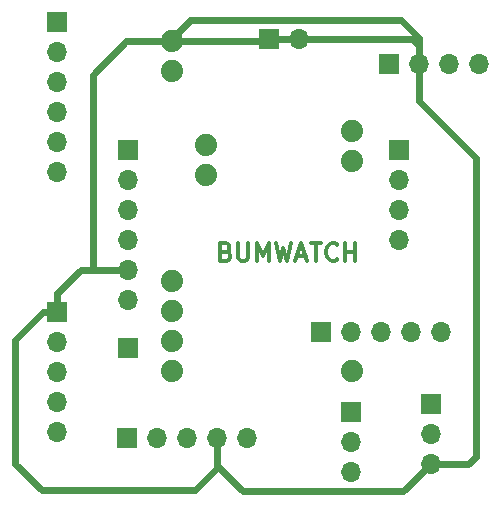
<source format=gbr>
%TF.GenerationSoftware,KiCad,Pcbnew,9.0.0*%
%TF.CreationDate,2025-11-21T10:39:55-05:00*%
%TF.ProjectId,Smartwatch-Jank,536d6172-7477-4617-9463-682d4a616e6b,rev?*%
%TF.SameCoordinates,Original*%
%TF.FileFunction,Copper,L1,Top*%
%TF.FilePolarity,Positive*%
%FSLAX46Y46*%
G04 Gerber Fmt 4.6, Leading zero omitted, Abs format (unit mm)*
G04 Created by KiCad (PCBNEW 9.0.0) date 2025-11-21 10:39:55*
%MOMM*%
%LPD*%
G01*
G04 APERTURE LIST*
%ADD10C,0.304800*%
%TA.AperFunction,NonConductor*%
%ADD11C,0.304800*%
%TD*%
%TA.AperFunction,ComponentPad*%
%ADD12R,1.700000X1.700000*%
%TD*%
%TA.AperFunction,ComponentPad*%
%ADD13O,1.700000X1.700000*%
%TD*%
%TA.AperFunction,ComponentPad*%
%ADD14C,1.879600*%
%TD*%
%TA.AperFunction,Conductor*%
%ADD15C,0.600000*%
%TD*%
G04 APERTURE END LIST*
D10*
D11*
X175271383Y-91799355D02*
X175489097Y-91871927D01*
X175489097Y-91871927D02*
X175561668Y-91944498D01*
X175561668Y-91944498D02*
X175634240Y-92089641D01*
X175634240Y-92089641D02*
X175634240Y-92307355D01*
X175634240Y-92307355D02*
X175561668Y-92452498D01*
X175561668Y-92452498D02*
X175489097Y-92525070D01*
X175489097Y-92525070D02*
X175343954Y-92597641D01*
X175343954Y-92597641D02*
X174763383Y-92597641D01*
X174763383Y-92597641D02*
X174763383Y-91073641D01*
X174763383Y-91073641D02*
X175271383Y-91073641D01*
X175271383Y-91073641D02*
X175416526Y-91146212D01*
X175416526Y-91146212D02*
X175489097Y-91218784D01*
X175489097Y-91218784D02*
X175561668Y-91363927D01*
X175561668Y-91363927D02*
X175561668Y-91509070D01*
X175561668Y-91509070D02*
X175489097Y-91654212D01*
X175489097Y-91654212D02*
X175416526Y-91726784D01*
X175416526Y-91726784D02*
X175271383Y-91799355D01*
X175271383Y-91799355D02*
X174763383Y-91799355D01*
X176287383Y-91073641D02*
X176287383Y-92307355D01*
X176287383Y-92307355D02*
X176359954Y-92452498D01*
X176359954Y-92452498D02*
X176432526Y-92525070D01*
X176432526Y-92525070D02*
X176577668Y-92597641D01*
X176577668Y-92597641D02*
X176867954Y-92597641D01*
X176867954Y-92597641D02*
X177013097Y-92525070D01*
X177013097Y-92525070D02*
X177085668Y-92452498D01*
X177085668Y-92452498D02*
X177158240Y-92307355D01*
X177158240Y-92307355D02*
X177158240Y-91073641D01*
X177883954Y-92597641D02*
X177883954Y-91073641D01*
X177883954Y-91073641D02*
X178391954Y-92162212D01*
X178391954Y-92162212D02*
X178899954Y-91073641D01*
X178899954Y-91073641D02*
X178899954Y-92597641D01*
X179480525Y-91073641D02*
X179843382Y-92597641D01*
X179843382Y-92597641D02*
X180133668Y-91509070D01*
X180133668Y-91509070D02*
X180423953Y-92597641D01*
X180423953Y-92597641D02*
X180786811Y-91073641D01*
X181294810Y-92162212D02*
X182020525Y-92162212D01*
X181149667Y-92597641D02*
X181657667Y-91073641D01*
X181657667Y-91073641D02*
X182165667Y-92597641D01*
X182455953Y-91073641D02*
X183326811Y-91073641D01*
X182891382Y-92597641D02*
X182891382Y-91073641D01*
X184705668Y-92452498D02*
X184633096Y-92525070D01*
X184633096Y-92525070D02*
X184415382Y-92597641D01*
X184415382Y-92597641D02*
X184270239Y-92597641D01*
X184270239Y-92597641D02*
X184052525Y-92525070D01*
X184052525Y-92525070D02*
X183907382Y-92379927D01*
X183907382Y-92379927D02*
X183834811Y-92234784D01*
X183834811Y-92234784D02*
X183762239Y-91944498D01*
X183762239Y-91944498D02*
X183762239Y-91726784D01*
X183762239Y-91726784D02*
X183834811Y-91436498D01*
X183834811Y-91436498D02*
X183907382Y-91291355D01*
X183907382Y-91291355D02*
X184052525Y-91146212D01*
X184052525Y-91146212D02*
X184270239Y-91073641D01*
X184270239Y-91073641D02*
X184415382Y-91073641D01*
X184415382Y-91073641D02*
X184633096Y-91146212D01*
X184633096Y-91146212D02*
X184705668Y-91218784D01*
X185358811Y-92597641D02*
X185358811Y-91073641D01*
X185358811Y-91799355D02*
X186229668Y-91799355D01*
X186229668Y-92597641D02*
X186229668Y-91073641D01*
D12*
%TO.P,3.7_Vias1,1,Pin_1*%
%TO.N,/3.7*%
X178875000Y-73800000D03*
D13*
%TO.P,3.7_Vias1,2,Pin_2*%
X181415000Y-73800000D03*
%TD*%
D12*
%TO.P,IMU_L1,1,Pin_1*%
%TO.N,unconnected-(IMU_L1-Pin_1-Pad1)*%
X189900000Y-83177000D03*
D13*
%TO.P,IMU_L1,2,Pin_2*%
%TO.N,unconnected-(IMU_L1-Pin_2-Pad2)*%
X189900000Y-85717000D03*
%TO.P,IMU_L1,3,Pin_3*%
%TO.N,unconnected-(IMU_L1-Pin_3-Pad3)*%
X189900000Y-88257000D03*
%TO.P,IMU_L1,4,Pin_4*%
%TO.N,unconnected-(IMU_L1-Pin_4-Pad4)*%
X189900000Y-90797000D03*
%TD*%
D14*
%TO.P,U1,JP7_9,GND_2*%
%TO.N,GND*%
X185919000Y-81620000D03*
%TO.P,U1,JP7_8,D2*%
%TO.N,/CS*%
X185919000Y-84160000D03*
%TO.P,U1,JP7_1,D9*%
%TO.N,/D9*%
X185919000Y-101940000D03*
%TO.P,U1,JP6_12,D10*%
%TO.N,/D10*%
X170679000Y-101940000D03*
%TO.P,U1,JP6_11,MOSI*%
%TO.N,/MOSI*%
X170679000Y-99400000D03*
%TO.P,U1,JP6_10,MISO*%
%TO.N,/MISO*%
X170679000Y-96860000D03*
%TO.P,U1,JP6_9,SCK*%
%TO.N,/SCK*%
X170679000Y-94320000D03*
%TO.P,U1,JP6_2,GND_1*%
%TO.N,GND*%
X170679000Y-76540000D03*
%TO.P,U1,JP6_1,RAW*%
%TO.N,/3.7*%
X170679000Y-74000000D03*
%TO.P,U1,JP2_2,A5*%
%TO.N,/SCL*%
X173600000Y-82763000D03*
%TO.P,U1,JP2_1,A4*%
%TO.N,/SDA*%
X173600000Y-85303000D03*
%TD*%
D12*
%TO.P,On/Off_Switch1,1,Pin_1*%
%TO.N,unconnected-(On/Off_Switch1-Pin_1-Pad1)*%
X192600000Y-104675000D03*
D13*
%TO.P,On/Off_Switch1,2,Pin_2*%
%TO.N,/BAT*%
X192600000Y-107215000D03*
%TO.P,On/Off_Switch1,3,Pin_3*%
%TO.N,/3.7*%
X192600000Y-109755000D03*
%TD*%
%TO.P,HR_Sensor1,5,Pin_5*%
%TO.N,GND*%
X177085000Y-107600000D03*
%TO.P,HR_Sensor1,4,Pin_4*%
%TO.N,/3.7*%
X174545000Y-107600000D03*
%TO.P,HR_Sensor1,3,Pin_3*%
%TO.N,/SDA*%
X172005000Y-107600000D03*
%TO.P,HR_Sensor1,2,Pin_2*%
%TO.N,/SCL*%
X169465000Y-107600000D03*
D12*
%TO.P,HR_Sensor1,1,Pin_1*%
%TO.N,/D9*%
X166925000Y-107600000D03*
%TD*%
%TO.P,HR_Sensor_1,1,Pin_1*%
%TO.N,/D10*%
X167000000Y-100000000D03*
%TD*%
D13*
%TO.P,IMU_R1,6,Pin_6*%
%TO.N,GND*%
X167000000Y-95857000D03*
%TO.P,IMU_R1,5,Pin_5*%
%TO.N,/3.7*%
X167000000Y-93317000D03*
%TO.P,IMU_R1,4,Pin_4*%
%TO.N,/MOSI*%
X167000000Y-90777000D03*
%TO.P,IMU_R1,3,Pin_3*%
%TO.N,/SCK*%
X167000000Y-88237000D03*
%TO.P,IMU_R1,2,Pin_2*%
%TO.N,/MISO*%
X167000000Y-85697000D03*
D12*
%TO.P,IMU_R1,1,Pin_1*%
%TO.N,/CS*%
X167000000Y-83157000D03*
%TD*%
D13*
%TO.P,Vibration_Motor1,5,Pin_5*%
%TO.N,unconnected-(Vibration_Motor1-Pin_5-Pad5)*%
X161000000Y-107080000D03*
%TO.P,Vibration_Motor1,4,Pin_4*%
%TO.N,/SDA*%
X161000000Y-104540000D03*
%TO.P,Vibration_Motor1,3,Pin_3*%
%TO.N,/SCL*%
X161000000Y-102000000D03*
%TO.P,Vibration_Motor1,2,Pin_2*%
%TO.N,GND*%
X161000000Y-99460000D03*
D12*
%TO.P,Vibration_Motor1,1,Pin_1*%
%TO.N,/3.7*%
X161000000Y-96920000D03*
%TD*%
D13*
%TO.P,USBC1,5,Pin_5*%
%TO.N,unconnected-(USBC1-Pin_5-Pad5)*%
X193520000Y-98600000D03*
%TO.P,USBC1,4,Pin_4*%
%TO.N,unconnected-(USBC1-Pin_4-Pad4)*%
X190980000Y-98600000D03*
%TO.P,USBC1,3,Pin_3*%
%TO.N,unconnected-(USBC1-Pin_3-Pad3)*%
X188440000Y-98600000D03*
%TO.P,USBC1,2,Pin_2*%
%TO.N,GND*%
X185900000Y-98600000D03*
D12*
%TO.P,USBC1,1,Pin_1*%
%TO.N,/BAT*%
X183360000Y-98600000D03*
%TD*%
D13*
%TO.P,OLED1,4,Pin_4*%
%TO.N,/SDA*%
X196680000Y-75900000D03*
%TO.P,OLED1,3,Pin_3*%
%TO.N,/SCL*%
X194140000Y-75900000D03*
%TO.P,OLED1,2,Pin_2*%
%TO.N,/3.7*%
X191600000Y-75900000D03*
D12*
%TO.P,OLED1,1,Pin_1*%
%TO.N,GND*%
X189060000Y-75900000D03*
%TD*%
D13*
%TO.P,Voltage_Regulator1,3,Pin_3*%
%TO.N,GND*%
X185900000Y-110467000D03*
%TO.P,Voltage_Regulator1,2,Pin_2*%
%TO.N,/3.3*%
X185900000Y-107927000D03*
D12*
%TO.P,Voltage_Regulator1,1,Pin_1*%
%TO.N,/BAT*%
X185900000Y-105387000D03*
%TD*%
D13*
%TO.P,Pressure_Sensor1,6,Pin_6*%
%TO.N,/SDA*%
X161000000Y-85080000D03*
%TO.P,Pressure_Sensor1,5,Pin_5*%
%TO.N,/SCL*%
X161000000Y-82540000D03*
%TO.P,Pressure_Sensor1,4,Pin_4*%
%TO.N,unconnected-(Pressure_Sensor1-Pin_4-Pad4)*%
X161000000Y-80000000D03*
%TO.P,Pressure_Sensor1,3,Pin_3*%
%TO.N,unconnected-(Pressure_Sensor1-Pin_3-Pad3)*%
X161000000Y-77460000D03*
%TO.P,Pressure_Sensor1,2,Pin_2*%
%TO.N,GND*%
X161000000Y-74920000D03*
D12*
%TO.P,Pressure_Sensor1,1,Pin_1*%
%TO.N,/3.3*%
X161000000Y-72380000D03*
%TD*%
D15*
%TO.N,/3.7*%
X181415000Y-73800000D02*
X191000000Y-73800000D01*
X191000000Y-73800000D02*
X191600000Y-74400000D01*
X178875000Y-73800000D02*
X178875000Y-73925000D01*
X192600000Y-109755000D02*
X190255000Y-112100000D01*
X190255000Y-112100000D02*
X176700000Y-112100000D01*
X176700000Y-112100000D02*
X174545000Y-109945000D01*
X196450000Y-109150000D02*
X195800000Y-109800000D01*
X196450000Y-83900000D02*
X196450000Y-109150000D01*
X191600000Y-75900000D02*
X191600000Y-79050000D01*
X191600000Y-79050000D02*
X196450000Y-83900000D01*
X195800000Y-109800000D02*
X195755000Y-109755000D01*
X195755000Y-109755000D02*
X192600000Y-109755000D01*
X162983000Y-93317000D02*
X164000000Y-93317000D01*
X166850000Y-74000000D02*
X170679000Y-74000000D01*
X164000000Y-93317000D02*
X164000000Y-76850000D01*
X164000000Y-76850000D02*
X166850000Y-74000000D01*
X161000000Y-96920000D02*
X161000000Y-95300000D01*
X161000000Y-95300000D02*
X162983000Y-93317000D01*
X164000000Y-93317000D02*
X167000000Y-93317000D01*
X161000000Y-96920000D02*
X159780000Y-96920000D01*
X159780000Y-96920000D02*
X157450000Y-99250000D01*
X157450000Y-99250000D02*
X157450000Y-109750000D01*
X157450000Y-109750000D02*
X159700000Y-112000000D01*
X174545000Y-110105000D02*
X174545000Y-109945000D01*
X159700000Y-112000000D02*
X172650000Y-112000000D01*
X172650000Y-112000000D02*
X174545000Y-110105000D01*
X174545000Y-109945000D02*
X174545000Y-107600000D01*
X191600000Y-73700000D02*
X191600000Y-74400000D01*
X190100000Y-72200000D02*
X191600000Y-73700000D01*
X170679000Y-73771000D02*
X172250000Y-72200000D01*
X172250000Y-72200000D02*
X190100000Y-72200000D01*
X170679000Y-74000000D02*
X170679000Y-73771000D01*
X191600000Y-74400000D02*
X191600000Y-75900000D01*
X170679000Y-74000000D02*
X178675000Y-74000000D01*
X178675000Y-74000000D02*
X178875000Y-73800000D01*
X178875000Y-73800000D02*
X181415000Y-73800000D01*
%TD*%
M02*

</source>
